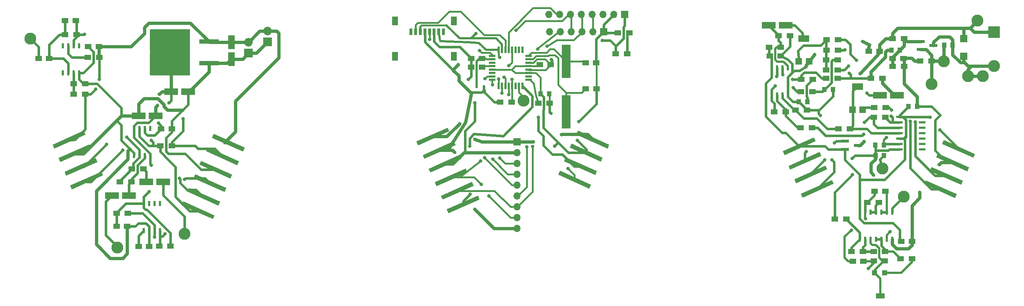
<source format=gbr>
G04 #@! TF.GenerationSoftware,KiCad,Pcbnew,no-vcs-found*
G04 #@! TF.CreationDate,2018-07-18T20:25:48+02:00*
G04 #@! TF.ProjectId,mycelium_pcb,6D7963656C69756D5F7063622E6B6963,rev?*
G04 #@! TF.SameCoordinates,Original
G04 #@! TF.FileFunction,Copper,L1,Top,Signal*
G04 #@! TF.FilePolarity,Positive*
%FSLAX46Y46*%
G04 Gerber Fmt 4.6, Leading zero omitted, Abs format (unit mm)*
G04 Created by KiCad (PCBNEW no-vcs-found) date Wed Jul 18 20:25:48 2018*
%MOMM*%
%LPD*%
G01*
G04 APERTURE LIST*
%ADD10R,2.600000X1.600000*%
%ADD11R,1.600000X1.600000*%
%ADD12O,1.700000X1.700000*%
%ADD13R,1.700000X1.700000*%
%ADD14C,2.800000*%
%ADD15R,2.800000X2.800000*%
%ADD16O,2.000000X2.000000*%
%ADD17R,2.000000X2.000000*%
%ADD18C,1.000000*%
%ADD19C,0.050000*%
%ADD20R,1.500000X1.250000*%
%ADD21R,1.500000X0.600000*%
%ADD22R,2.000000X1.300000*%
%ADD23R,1.300000X1.300000*%
%ADD24R,3.200000X1.500000*%
%ADD25R,1.800000X1.800000*%
%ADD26R,1.500000X3.200000*%
%ADD27R,1.000000X1.250000*%
%ADD28R,1.500000X1.300000*%
%ADD29R,0.800000X1.500000*%
%ADD30R,1.450000X2.000000*%
%ADD31R,0.600000X0.800000*%
%ADD32R,0.508000X1.143000*%
%ADD33R,1.900000X0.800000*%
%ADD34R,1.600000X0.550000*%
%ADD35R,0.550000X1.600000*%
%ADD36R,4.600000X1.100000*%
%ADD37R,9.400000X10.800000*%
%ADD38R,4.550000X5.250000*%
%ADD39R,2.000000X7.875000*%
%ADD40C,0.800000*%
%ADD41C,0.600000*%
%ADD42C,0.800000*%
%ADD43C,0.400000*%
%ADD44C,0.550000*%
G04 APERTURE END LIST*
D10*
X225526600Y-59065000D03*
D11*
X226726600Y-64465000D03*
X224326600Y-64465000D03*
D10*
X212940900Y-47749300D03*
D11*
X214140900Y-53149300D03*
X211740900Y-53149300D03*
D12*
X145707100Y-89789000D03*
X145707100Y-87249000D03*
X145707100Y-84709000D03*
X145707100Y-82169000D03*
X145707100Y-79629000D03*
X145707100Y-77089000D03*
X145707100Y-74549000D03*
D13*
X145707100Y-72009000D03*
D12*
X145707100Y-92329000D03*
D14*
X254863600Y-56603900D03*
X253644400Y-43586400D03*
D15*
X257492500Y-46215300D03*
D14*
X257492500Y-54215300D03*
D16*
X87210900Y-45999400D03*
D17*
X87210900Y-48539400D03*
D18*
X249224800Y-73672700D03*
D19*
G36*
X252675614Y-75756419D02*
X245367250Y-72502526D01*
X245773986Y-71588981D01*
X253082350Y-74842874D01*
X252675614Y-75756419D01*
X252675614Y-75756419D01*
G37*
D18*
X40627300Y-71475600D03*
D19*
G36*
X44484850Y-70305426D02*
X37176486Y-73559319D01*
X36769750Y-72645774D01*
X44078114Y-69391881D01*
X44484850Y-70305426D01*
X44484850Y-70305426D01*
G37*
D20*
X204959900Y-51879500D03*
X207459900Y-51879500D03*
D18*
X125945900Y-70739000D03*
D19*
G36*
X129803450Y-69568826D02*
X122495086Y-72822719D01*
X122088350Y-71909174D01*
X129396714Y-68655281D01*
X129803450Y-69568826D01*
X129803450Y-69568826D01*
G37*
D18*
X127406400Y-73926700D03*
D19*
G36*
X131263950Y-72756526D02*
X123955586Y-76010419D01*
X123548850Y-75096874D01*
X130857214Y-71842981D01*
X131263950Y-72756526D01*
X131263950Y-72756526D01*
G37*
D18*
X160566100Y-77711300D03*
D19*
G36*
X164016914Y-79795019D02*
X156708550Y-76541126D01*
X157115286Y-75627581D01*
X164423650Y-78881474D01*
X164016914Y-79795019D01*
X164016914Y-79795019D01*
G37*
D21*
X240710700Y-66141600D03*
X240710700Y-67411600D03*
X240710700Y-68681600D03*
X240710700Y-69951600D03*
X240710700Y-71221600D03*
X240710700Y-72491600D03*
X240710700Y-73761600D03*
X235310700Y-73761600D03*
X235310700Y-72491600D03*
X235310700Y-71221600D03*
X235310700Y-69951600D03*
X235310700Y-68681600D03*
X235310700Y-67411600D03*
X235310700Y-66141600D03*
D22*
X230833600Y-108155900D03*
D23*
X229533600Y-102755900D03*
X231833600Y-102755900D03*
D20*
X228162800Y-50736500D03*
X230662800Y-50736500D03*
D24*
X208654400Y-44653200D03*
X204654400Y-44653200D03*
D20*
X233750800Y-52400200D03*
X236250800Y-52400200D03*
D25*
X250444000Y-47747100D03*
X250444000Y-51897100D03*
D20*
X134957500Y-52425600D03*
X137457500Y-52425600D03*
X151048400Y-53911500D03*
X153548400Y-53911500D03*
X137457500Y-54483000D03*
X134957500Y-54483000D03*
D26*
X78676500Y-48584100D03*
X78676500Y-52584100D03*
D24*
X64586100Y-60185300D03*
X68586100Y-60185300D03*
D27*
X245811800Y-49314100D03*
X247811800Y-49314100D03*
X153184100Y-60731400D03*
X151184100Y-60731400D03*
X237467900Y-63703200D03*
X239467900Y-63703200D03*
X229733600Y-75184000D03*
X231733600Y-75184000D03*
X229695500Y-72732900D03*
X231695500Y-72732900D03*
X211750400Y-62560200D03*
X213750400Y-62560200D03*
X217770200Y-59740800D03*
X219770200Y-59740800D03*
X233454700Y-50482500D03*
X235454700Y-50482500D03*
D24*
X234740200Y-61074300D03*
X230740200Y-61074300D03*
D20*
X229369300Y-99974400D03*
X231869300Y-99974400D03*
X224416300Y-100025200D03*
X226916300Y-100025200D03*
X238308200Y-95364300D03*
X235808200Y-95364300D03*
X229534400Y-83591400D03*
X232034400Y-83591400D03*
X161792600Y-59537600D03*
X164292600Y-59537600D03*
X164241800Y-53441600D03*
X161741800Y-53441600D03*
X33497200Y-52476400D03*
X35997200Y-52476400D03*
X42194800Y-43561000D03*
X39694800Y-43561000D03*
X47617700Y-49644300D03*
X45117700Y-49644300D03*
D24*
X54654200Y-84582000D03*
X50654200Y-84582000D03*
X58718700Y-81407000D03*
X62718700Y-81407000D03*
D20*
X62224600Y-68986400D03*
X64724600Y-68986400D03*
D24*
X56940700Y-65874900D03*
X60940700Y-65874900D03*
D20*
X56916000Y-96545400D03*
X59416000Y-96545400D03*
X54285200Y-91821000D03*
X51785200Y-91821000D03*
D28*
X169312600Y-46405800D03*
X172012600Y-46405800D03*
D14*
X147193000Y-62306200D03*
X251460000Y-56553100D03*
X245757700Y-53086000D03*
D13*
X165976300Y-46139100D03*
D12*
X163436300Y-46139100D03*
X160896300Y-46139100D03*
X158356300Y-46139100D03*
X155816300Y-46139100D03*
X153276300Y-46139100D03*
D29*
X120752000Y-46195000D03*
X121852000Y-46195000D03*
X122952000Y-46195000D03*
X124052000Y-46195000D03*
X125152000Y-46195000D03*
X126252000Y-46195000D03*
X127352000Y-46195000D03*
X128452000Y-46195000D03*
D30*
X130827000Y-51895000D03*
X117077000Y-51895000D03*
X117077000Y-43595000D03*
X130827000Y-43595000D03*
D14*
X242887500Y-58483500D03*
D13*
X170954700Y-42138600D03*
D12*
X168414700Y-42138600D03*
X165874700Y-42138600D03*
X163334700Y-42138600D03*
X160794700Y-42138600D03*
X158254700Y-42138600D03*
X155714700Y-42138600D03*
X153174700Y-42138600D03*
D18*
X128790700Y-77139800D03*
D19*
G36*
X132648250Y-75969626D02*
X125339886Y-79223519D01*
X124933150Y-78309974D01*
X132241514Y-75056081D01*
X132648250Y-75969626D01*
X132648250Y-75969626D01*
G37*
D18*
X130225800Y-80327500D03*
D19*
G36*
X134083350Y-79157326D02*
X126774986Y-82411219D01*
X126368250Y-81497674D01*
X133676614Y-78243781D01*
X134083350Y-79157326D01*
X134083350Y-79157326D01*
G37*
D18*
X133057900Y-86690200D03*
D19*
G36*
X136915450Y-85520026D02*
X129607086Y-88773919D01*
X129200350Y-87860374D01*
X136508714Y-84606481D01*
X136915450Y-85520026D01*
X136915450Y-85520026D01*
G37*
D18*
X163449000Y-71488300D03*
D19*
G36*
X166899814Y-73572019D02*
X159591450Y-70318126D01*
X159998186Y-69404581D01*
X167306550Y-72658474D01*
X166899814Y-73572019D01*
X166899814Y-73572019D01*
G37*
D18*
X161912300Y-74536300D03*
D19*
G36*
X165363114Y-76620019D02*
X158054750Y-73366126D01*
X158461486Y-72452581D01*
X165769850Y-75706474D01*
X165363114Y-76620019D01*
X165363114Y-76620019D01*
G37*
D14*
X231394000Y-78232000D03*
D18*
X211836000Y-73025000D03*
D19*
G36*
X215693550Y-71854826D02*
X208385186Y-75108719D01*
X207978450Y-74195174D01*
X215286814Y-70941281D01*
X215693550Y-71854826D01*
X215693550Y-71854826D01*
G37*
D18*
X213169500Y-76454000D03*
D19*
G36*
X217027050Y-75283826D02*
X209718686Y-78537719D01*
X209311950Y-77624174D01*
X216620314Y-74370281D01*
X217027050Y-75283826D01*
X217027050Y-75283826D01*
G37*
D18*
X214579200Y-79629000D03*
D19*
G36*
X218436750Y-78458826D02*
X211128386Y-81712719D01*
X210721650Y-80799174D01*
X218030014Y-77545281D01*
X218436750Y-78458826D01*
X218436750Y-78458826D01*
G37*
D17*
X82677000Y-51206400D03*
D16*
X82677000Y-48666400D03*
D18*
X246354600Y-79984600D03*
D19*
G36*
X249805414Y-82068319D02*
X242497050Y-78814426D01*
X242903786Y-77900881D01*
X250212150Y-81154774D01*
X249805414Y-82068319D01*
X249805414Y-82068319D01*
G37*
D14*
X236372400Y-84823300D03*
D18*
X131673600Y-83489800D03*
D19*
G36*
X135531150Y-82319626D02*
X128222786Y-85573519D01*
X127816050Y-84659974D01*
X135124414Y-81406081D01*
X135531150Y-82319626D01*
X135531150Y-82319626D01*
G37*
D18*
X159169100Y-80873600D03*
D19*
G36*
X162619914Y-82957319D02*
X155311550Y-79703426D01*
X155718286Y-78789881D01*
X163026650Y-82043774D01*
X162619914Y-82957319D01*
X162619914Y-82957319D01*
G37*
D18*
X216103200Y-83019900D03*
D19*
G36*
X219960750Y-81849726D02*
X212652386Y-85103619D01*
X212245650Y-84190074D01*
X219554014Y-80936181D01*
X219960750Y-81849726D01*
X219960750Y-81849726D01*
G37*
D18*
X247802400Y-76822300D03*
D19*
G36*
X251253214Y-78906019D02*
X243944850Y-75652126D01*
X244351586Y-74738581D01*
X251659950Y-77992474D01*
X251253214Y-78906019D01*
X251253214Y-78906019D01*
G37*
D18*
X244957600Y-83108800D03*
D19*
G36*
X248408414Y-85192519D02*
X241100050Y-81938626D01*
X241506786Y-81025081D01*
X248815150Y-84278974D01*
X248408414Y-85192519D01*
X248408414Y-85192519D01*
G37*
D14*
X31559500Y-47802800D03*
X51917600Y-96786700D03*
X67729100Y-93599000D03*
D18*
X78003400Y-72199500D03*
D19*
G36*
X81454214Y-74283219D02*
X74145850Y-71029326D01*
X74552586Y-70115781D01*
X81860950Y-73369674D01*
X81454214Y-74283219D01*
X81454214Y-74283219D01*
G37*
D18*
X76606400Y-75387200D03*
D19*
G36*
X80057214Y-77470919D02*
X72748850Y-74217026D01*
X73155586Y-73303481D01*
X80463950Y-76557374D01*
X80057214Y-77470919D01*
X80057214Y-77470919D01*
G37*
D18*
X75044300Y-78536800D03*
D19*
G36*
X78495114Y-80620519D02*
X71186750Y-77366626D01*
X71593486Y-76453081D01*
X78901850Y-79706974D01*
X78495114Y-80620519D01*
X78495114Y-80620519D01*
G37*
D18*
X73672700Y-81699100D03*
D19*
G36*
X77123514Y-83782819D02*
X69815150Y-80528926D01*
X70221886Y-79615381D01*
X77530250Y-82869274D01*
X77123514Y-83782819D01*
X77123514Y-83782819D01*
G37*
D18*
X72250300Y-84886800D03*
D19*
G36*
X75701114Y-86970519D02*
X68392750Y-83716626D01*
X68799486Y-82803081D01*
X76107850Y-86056974D01*
X75701114Y-86970519D01*
X75701114Y-86970519D01*
G37*
D18*
X70916800Y-88061800D03*
D19*
G36*
X74367614Y-90145519D02*
X67059250Y-86891626D01*
X67465986Y-85978081D01*
X74774350Y-89231974D01*
X74367614Y-90145519D01*
X74367614Y-90145519D01*
G37*
D18*
X42024300Y-74650600D03*
D19*
G36*
X45881850Y-73480426D02*
X38573486Y-76734319D01*
X38166750Y-75820774D01*
X45475114Y-72566881D01*
X45881850Y-73480426D01*
X45881850Y-73480426D01*
G37*
D18*
X43421300Y-77863700D03*
D19*
G36*
X47278850Y-76693526D02*
X39970486Y-79947419D01*
X39563750Y-79033874D01*
X46872114Y-75779981D01*
X47278850Y-76693526D01*
X47278850Y-76693526D01*
G37*
D18*
X44754800Y-81076800D03*
D19*
G36*
X48612350Y-79906626D02*
X41303986Y-83160519D01*
X40897250Y-82246974D01*
X48205614Y-78993081D01*
X48612350Y-79906626D01*
X48612350Y-79906626D01*
G37*
D28*
X220831400Y-55130700D03*
X218131400Y-55130700D03*
X220971100Y-47993300D03*
X218271100Y-47993300D03*
X218169500Y-52806600D03*
X220869500Y-52806600D03*
X220920300Y-50507900D03*
X218220300Y-50507900D03*
X228634300Y-57073800D03*
X231334300Y-57073800D03*
D31*
X136195700Y-59029600D03*
X137895700Y-59029600D03*
D32*
X58166000Y-92862400D03*
X59436000Y-92862400D03*
X60706000Y-92862400D03*
X61976000Y-92862400D03*
X61976000Y-86512400D03*
X60706000Y-86512400D03*
X59436000Y-86512400D03*
X58166000Y-86512400D03*
D33*
X243333400Y-49364900D03*
X240333400Y-50314900D03*
X240333400Y-48414900D03*
X222578800Y-71859100D03*
X222578800Y-73759100D03*
X225578800Y-72809100D03*
D28*
X153343600Y-62903100D03*
X150643600Y-62903100D03*
X204758300Y-49771300D03*
X207458300Y-49771300D03*
X207018900Y-47129700D03*
X209718900Y-47129700D03*
X141728200Y-62712600D03*
X144428200Y-62712600D03*
X218131400Y-57111900D03*
X220831400Y-57111900D03*
X233727000Y-47802800D03*
X236427000Y-47802800D03*
X236427000Y-54292500D03*
X233727000Y-54292500D03*
X242904000Y-52997100D03*
X240204000Y-52997100D03*
X229307400Y-66255900D03*
X232007400Y-66255900D03*
X232109000Y-63982600D03*
X229409000Y-63982600D03*
X212187800Y-68719700D03*
X214887800Y-68719700D03*
X223777800Y-68922900D03*
X221077800Y-68922900D03*
X210981300Y-64579500D03*
X213681300Y-64579500D03*
X208690200Y-64998600D03*
X205990200Y-64998600D03*
X62035700Y-72898000D03*
X64735700Y-72898000D03*
X215002100Y-57353200D03*
X212302100Y-57353200D03*
X212264000Y-60185300D03*
X214964000Y-60185300D03*
X220176100Y-90144600D03*
X222876100Y-90144600D03*
X224100400Y-97751900D03*
X226800400Y-97751900D03*
X231994700Y-97739200D03*
X229294700Y-97739200D03*
X238293900Y-99441000D03*
X235593900Y-99441000D03*
X230508800Y-86220300D03*
X227808800Y-86220300D03*
X168804600Y-51295300D03*
X171504600Y-51295300D03*
X41728400Y-60858400D03*
X44428400Y-60858400D03*
X41728400Y-58343800D03*
X44428400Y-58343800D03*
X45055800Y-52184300D03*
X47755800Y-52184300D03*
X39721800Y-46837600D03*
X42421800Y-46837600D03*
X58080900Y-78333600D03*
X55380900Y-78333600D03*
X55223400Y-81381600D03*
X52523400Y-81381600D03*
X51748700Y-88722200D03*
X54448700Y-88722200D03*
X61743600Y-96431100D03*
X64443600Y-96431100D03*
D34*
X148382300Y-57435400D03*
X148382300Y-56635400D03*
X148382300Y-55835400D03*
X148382300Y-55035400D03*
X148382300Y-54235400D03*
X148382300Y-53435400D03*
X148382300Y-52635400D03*
X148382300Y-51835400D03*
D35*
X146932300Y-50385400D03*
X146132300Y-50385400D03*
X145332300Y-50385400D03*
X144532300Y-50385400D03*
X143732300Y-50385400D03*
X142932300Y-50385400D03*
X142132300Y-50385400D03*
X141332300Y-50385400D03*
D34*
X139882300Y-51835400D03*
X139882300Y-52635400D03*
X139882300Y-53435400D03*
X139882300Y-54235400D03*
X139882300Y-55035400D03*
X139882300Y-55835400D03*
X139882300Y-56635400D03*
X139882300Y-57435400D03*
D35*
X141332300Y-58885400D03*
X142132300Y-58885400D03*
X142932300Y-58885400D03*
X143732300Y-58885400D03*
X144532300Y-58885400D03*
X145332300Y-58885400D03*
X146132300Y-58885400D03*
X146932300Y-58885400D03*
D36*
X73427900Y-53568600D03*
X73427900Y-48488600D03*
D37*
X64277900Y-51028600D03*
D38*
X61852900Y-48253600D03*
X66702900Y-53803600D03*
X61852900Y-53803600D03*
X66702900Y-48253600D03*
D32*
X205397100Y-54610000D03*
X206667100Y-54610000D03*
X207937100Y-54610000D03*
X209207100Y-54610000D03*
X209207100Y-60960000D03*
X207937100Y-60960000D03*
X206667100Y-60960000D03*
X205397100Y-60960000D03*
X226034600Y-94894400D03*
X227304600Y-94894400D03*
X228574600Y-94894400D03*
X229844600Y-94894400D03*
X231114600Y-94894400D03*
X232384600Y-94894400D03*
X233654600Y-94894400D03*
X233654600Y-88544400D03*
X232384600Y-88544400D03*
X229844600Y-88544400D03*
X228574600Y-88544400D03*
X227304600Y-88544400D03*
X226034600Y-88544400D03*
X231114600Y-88544400D03*
X39192200Y-49479200D03*
X40462200Y-49479200D03*
X41732200Y-49479200D03*
X43002200Y-49479200D03*
X43002200Y-55829200D03*
X41732200Y-55829200D03*
X40462200Y-55829200D03*
X39192200Y-55829200D03*
X55854600Y-75184000D03*
X57124600Y-75184000D03*
X58394600Y-75184000D03*
X59664600Y-75184000D03*
X59664600Y-68834000D03*
X58394600Y-68834000D03*
X57124600Y-68834000D03*
X55854600Y-68834000D03*
D39*
X157187900Y-53130200D03*
X157187900Y-65005200D03*
D40*
X229247700Y-79743300D03*
X240106200Y-83820000D03*
X244640100Y-77343000D03*
X215417400Y-51523900D03*
X226707700Y-48475900D03*
X224294700Y-75857100D03*
X216789000Y-65798700D03*
X213512400Y-74295000D03*
X134264400Y-57340500D03*
X135788400Y-62865000D03*
X159816800Y-71691500D03*
X160147000Y-67221100D03*
X154457400Y-72999600D03*
X227037900Y-71894700D03*
X226123500Y-55968900D03*
X135750300Y-87833200D03*
X131038600Y-74434700D03*
X61798200Y-60858400D03*
X61353700Y-63423800D03*
X131864100Y-53911500D03*
X153695400Y-52654200D03*
X165633400Y-48221900D03*
X59931300Y-77533500D03*
X59397900Y-83667600D03*
X67386200Y-66611500D03*
X64033400Y-62865000D03*
X132207000Y-67729100D03*
X135788400Y-71412100D03*
X156095700Y-70332600D03*
X149466300Y-72009000D03*
X153619200Y-65328800D03*
X150647400Y-66268600D03*
X47726600Y-57327800D03*
X46888400Y-59626500D03*
X242582700Y-66217800D03*
X244830600Y-69189600D03*
X233400600Y-65951100D03*
X233514900Y-64503300D03*
X232257600Y-71018400D03*
X223608900Y-55930800D03*
X206578200Y-56692800D03*
X227711000Y-60579000D03*
X224307400Y-79679800D03*
X233184700Y-93091000D03*
X228104700Y-101701600D03*
X227380800Y-90017600D03*
X224053400Y-92735400D03*
X49453800Y-72580500D03*
X44234100Y-46786800D03*
X61607700Y-67627500D03*
X54178200Y-70866000D03*
X142659100Y-56807100D03*
X137160000Y-76466700D03*
X137274300Y-81953100D03*
X139065000Y-84734400D03*
X143713200Y-60934600D03*
X149352000Y-73113900D03*
X147929600Y-73164700D03*
X142100300Y-60604400D03*
X138137900Y-57162700D03*
X138023600Y-75717400D03*
X141338300Y-57277000D03*
X139979400Y-76085700D03*
X139954000Y-58610500D03*
X141617700Y-75819000D03*
X136880600Y-50596800D03*
X125158500Y-47929800D03*
X141605000Y-52197000D03*
X152704800Y-49517300D03*
X145427700Y-45872400D03*
X136017000Y-46634400D03*
X150495000Y-50215800D03*
X144538700Y-57365900D03*
X134696200Y-84289900D03*
X134620000Y-73012300D03*
X217817700Y-76238100D03*
X223380300Y-54178200D03*
X222580200Y-50444400D03*
X239077500Y-67360800D03*
X157632400Y-78232000D03*
X143725900Y-54152800D03*
X219532200Y-76238100D03*
X220141800Y-72275700D03*
X225247200Y-52844700D03*
X237858300Y-67170300D03*
X67703700Y-80835500D03*
X63119000Y-93573600D03*
X66522600Y-80581500D03*
X60655200Y-94322900D03*
X53187600Y-73914000D03*
X59880500Y-71666100D03*
X207987900Y-56235600D03*
X210273900Y-57340500D03*
X227152200Y-67386200D03*
X226923600Y-70180200D03*
X206222600Y-58902600D03*
X210477100Y-59321700D03*
D41*
X213385400Y-54146800D02*
X213385400Y-53904800D01*
X213385400Y-53904800D02*
X214140900Y-53149300D01*
D42*
X78676500Y-52584100D02*
X81299300Y-52584100D01*
X81299300Y-52584100D02*
X82677000Y-51206400D01*
X82677000Y-51206400D02*
X84543900Y-51206400D01*
X84543900Y-51206400D02*
X87210900Y-48539400D01*
X229733600Y-75184000D02*
X229733600Y-76018900D01*
X228638100Y-79133700D02*
X229247700Y-79743300D01*
X228638100Y-77114400D02*
X228638100Y-79133700D01*
X229733600Y-76018900D02*
X228638100Y-77114400D01*
X238308200Y-95364300D02*
X238308200Y-86951500D01*
X238308200Y-86951500D02*
X240106200Y-85153500D01*
X240106200Y-85153500D02*
X240106200Y-83820000D01*
X245160800Y-76822300D02*
X247802400Y-76822300D01*
X244640100Y-77343000D02*
X245160800Y-76822300D01*
X54285200Y-91821000D02*
X54285200Y-96576200D01*
X54444900Y-74104500D02*
X54902100Y-73647300D01*
X54444900Y-76085700D02*
X54444900Y-74104500D01*
X47053500Y-83477100D02*
X54444900Y-76085700D01*
X47053500Y-96062800D02*
X47053500Y-83477100D01*
X50292000Y-99301300D02*
X47053500Y-96062800D01*
X53200300Y-99301300D02*
X50292000Y-99301300D01*
X54254400Y-98247200D02*
X53200300Y-99301300D01*
X54254400Y-96607000D02*
X54254400Y-98247200D01*
X54285200Y-96576200D02*
X54254400Y-96607000D01*
D41*
X52920900Y-65874900D02*
X52920900Y-64046100D01*
X47218600Y-58343800D02*
X44428400Y-58343800D01*
X52920900Y-64046100D02*
X47218600Y-58343800D01*
X44428400Y-58343800D02*
X43980100Y-58343800D01*
X43980100Y-58343800D02*
X43002200Y-57365900D01*
X43002200Y-57365900D02*
X43002200Y-55829200D01*
D42*
X67316350Y-64522350D02*
X63734950Y-64522350D01*
X56940700Y-63137800D02*
X56940700Y-65874900D01*
X58216800Y-61861700D02*
X56940700Y-63137800D01*
X61468000Y-61861700D02*
X58216800Y-61861700D01*
X62915800Y-63309500D02*
X61468000Y-61861700D01*
X62915800Y-63703200D02*
X62915800Y-63309500D01*
X63734950Y-64522350D02*
X62915800Y-63703200D01*
D41*
X55854600Y-75184000D02*
X55854600Y-74599800D01*
X55854600Y-74599800D02*
X54902100Y-73647300D01*
X52882800Y-68084700D02*
X51796950Y-66998850D01*
X54902100Y-73647300D02*
X52882800Y-71628000D01*
X52882800Y-71628000D02*
X52882800Y-68084700D01*
D42*
X239467900Y-63703200D02*
X239467900Y-61388500D01*
X236427000Y-58347600D02*
X236427000Y-54292500D01*
X239467900Y-61388500D02*
X236427000Y-58347600D01*
X227908800Y-50685700D02*
X228277100Y-49219800D01*
X215417400Y-51523900D02*
X213385400Y-54146800D01*
X228277100Y-49219800D02*
X226707700Y-48475900D01*
X213385400Y-54146800D02*
X213385400Y-54419500D01*
X236263500Y-52387500D02*
X238264700Y-52387500D01*
X238874300Y-52997100D02*
X240204000Y-52997100D01*
X238264700Y-52387500D02*
X238874300Y-52997100D01*
X236427000Y-54292500D02*
X236427000Y-52551000D01*
X236427000Y-52551000D02*
X236263500Y-52387500D01*
X233654600Y-94894400D02*
X233654600Y-96075500D01*
X238308200Y-96247900D02*
X238308200Y-95364300D01*
X237477300Y-97078800D02*
X238308200Y-96247900D01*
X234657900Y-97078800D02*
X237477300Y-97078800D01*
X233654600Y-96075500D02*
X234657900Y-97078800D01*
D41*
X247802400Y-76822300D02*
X246481600Y-76822300D01*
X243725700Y-66903600D02*
X244906800Y-65722500D01*
X243725700Y-74066400D02*
X243725700Y-66903600D01*
X246481600Y-76822300D02*
X243725700Y-74066400D01*
X239467900Y-63703200D02*
X242887500Y-63703200D01*
X242887500Y-63703200D02*
X244906800Y-65722500D01*
X229733600Y-75184000D02*
X224967800Y-75184000D01*
X224967800Y-75184000D02*
X224294700Y-75857100D01*
X235310700Y-73761600D02*
X232956100Y-73761600D01*
X232727500Y-73990200D02*
X229733600Y-73990200D01*
X232956100Y-73761600D02*
X232727500Y-73990200D01*
X229733600Y-75184000D02*
X229733600Y-73990200D01*
X229733600Y-73990200D02*
X229733600Y-72771000D01*
X229733600Y-72771000D02*
X229695500Y-72732900D01*
X216408000Y-64579500D02*
X216408000Y-65417700D01*
X216408000Y-65417700D02*
X216789000Y-65798700D01*
X213169500Y-74637900D02*
X213169500Y-76454000D01*
X213512400Y-74295000D02*
X213169500Y-74637900D01*
X213681300Y-64579500D02*
X216408000Y-64579500D01*
X216408000Y-64579500D02*
X216547700Y-64579500D01*
X219770200Y-61357000D02*
X219770200Y-59740800D01*
X216547700Y-64579500D02*
X219770200Y-61357000D01*
X209718900Y-47129700D02*
X209718900Y-49620500D01*
X209718900Y-49620500D02*
X207459900Y-51879500D01*
X213681300Y-64579500D02*
X213681300Y-64491100D01*
X213681300Y-64491100D02*
X211750400Y-62560200D01*
X209207100Y-60960000D02*
X209207100Y-61391800D01*
X209207100Y-61391800D02*
X210375500Y-62560200D01*
X210375500Y-62560200D02*
X211750400Y-62560200D01*
X211750400Y-62560200D02*
X211861400Y-62671200D01*
X207459900Y-51879500D02*
X209207100Y-52654200D01*
X210235800Y-53682900D02*
X210235800Y-55778400D01*
X209207100Y-52654200D02*
X210235800Y-53682900D01*
X209207100Y-60960000D02*
X209207100Y-56807100D01*
X211930900Y-55283100D02*
X213385400Y-54419500D01*
X210731100Y-55283100D02*
X211930900Y-55283100D01*
X209207100Y-56807100D02*
X210235800Y-55778400D01*
X210235800Y-55778400D02*
X210731100Y-55283100D01*
X133527800Y-74549000D02*
X133527800Y-69430900D01*
X134957500Y-56647400D02*
X134957500Y-54483000D01*
X134264400Y-57340500D02*
X134957500Y-56647400D01*
X135788400Y-67170300D02*
X135788400Y-62865000D01*
X133527800Y-69430900D02*
X135788400Y-67170300D01*
X164292600Y-59537600D02*
X164292600Y-63075500D01*
X161912300Y-73787000D02*
X161912300Y-74536300D01*
X159816800Y-71691500D02*
X161912300Y-73787000D01*
X164292600Y-63075500D02*
X160147000Y-67221100D01*
X155257500Y-72199500D02*
X155257500Y-72085200D01*
X154457400Y-72999600D02*
X155257500Y-72199500D01*
X161912300Y-74536300D02*
X157708600Y-74536300D01*
X157708600Y-74536300D02*
X155257500Y-72085200D01*
X151980900Y-61528200D02*
X151184100Y-60731400D01*
X155257500Y-72085200D02*
X151866600Y-68694300D01*
X151866600Y-68694300D02*
X151866600Y-64503300D01*
X151866600Y-64503300D02*
X151980900Y-64389000D01*
X151980900Y-64389000D02*
X151980900Y-61528200D01*
X169312600Y-46405800D02*
X166243000Y-46405800D01*
X166243000Y-46405800D02*
X165976300Y-46139100D01*
D42*
X128790700Y-77139800D02*
X130619500Y-77139800D01*
X133210300Y-74549000D02*
X133527800Y-74549000D01*
X133527800Y-74549000D02*
X145707100Y-74549000D01*
X130619500Y-77139800D02*
X133210300Y-74549000D01*
D43*
X164292600Y-59537600D02*
X164292600Y-53492400D01*
X164292600Y-53492400D02*
X164241800Y-53441600D01*
D41*
X164241800Y-53441600D02*
X164241800Y-47873600D01*
X164241800Y-47873600D02*
X165976300Y-46139100D01*
X165976300Y-46139100D02*
X165976300Y-44577000D01*
X165976300Y-44577000D02*
X168414700Y-42138600D01*
D43*
X134957500Y-54483000D02*
X134957500Y-54553800D01*
D41*
X134957500Y-52425600D02*
X134957500Y-52394800D01*
X134957500Y-52394800D02*
X132283200Y-49720500D01*
X126252000Y-48489900D02*
X126252000Y-46195000D01*
X127482600Y-49720500D02*
X126252000Y-48489900D01*
X132283200Y-49720500D02*
X127482600Y-49720500D01*
X134957500Y-54483000D02*
X134957500Y-52425600D01*
D43*
X148382300Y-55835400D02*
X150120200Y-55835400D01*
X150120200Y-55835400D02*
X151184100Y-56899300D01*
X151184100Y-56899300D02*
X151184100Y-60731400D01*
X148382300Y-55835400D02*
X145230800Y-55835400D01*
X145230800Y-55835400D02*
X144430800Y-55035400D01*
X148382300Y-54235400D02*
X145230800Y-54235400D01*
X144430800Y-55035400D02*
X139882300Y-55035400D01*
X145230800Y-54235400D02*
X144430800Y-55035400D01*
X148382300Y-54235400D02*
X150724500Y-54235400D01*
X150724500Y-54235400D02*
X151048400Y-53911500D01*
D41*
X64724600Y-68986400D02*
X64724600Y-67114100D01*
X68586100Y-63252600D02*
X68586100Y-60185300D01*
X64724600Y-67114100D02*
X67316350Y-64522350D01*
X67316350Y-64522350D02*
X68586100Y-63252600D01*
X75044300Y-78536800D02*
X71602600Y-78536800D01*
X64724600Y-69730300D02*
X64724600Y-68986400D01*
X63360300Y-71094600D02*
X64724600Y-69730300D01*
X63360300Y-74218800D02*
X63360300Y-71094600D01*
X63931800Y-74790300D02*
X63360300Y-74218800D01*
X67856100Y-74790300D02*
X63931800Y-74790300D01*
X71602600Y-78536800D02*
X67856100Y-74790300D01*
X54285200Y-91821000D02*
X56210200Y-91821000D01*
X59436000Y-91871800D02*
X59436000Y-92862400D01*
X58699400Y-91135200D02*
X59436000Y-91871800D01*
X56896000Y-91135200D02*
X58699400Y-91135200D01*
X56210200Y-91821000D02*
X56896000Y-91135200D01*
X59416000Y-96545400D02*
X59416000Y-92882400D01*
X59416000Y-92882400D02*
X59436000Y-92862400D01*
D42*
X42075100Y-74764900D02*
X44030900Y-74764900D01*
X44030900Y-74764900D02*
X51796950Y-66998850D01*
X51796950Y-66998850D02*
X52920900Y-65874900D01*
X52920900Y-65874900D02*
X56940700Y-65874900D01*
D41*
X43002200Y-55829200D02*
X44030900Y-55829200D01*
X44030900Y-55829200D02*
X46367700Y-53492400D01*
X46367700Y-53492400D02*
X46367700Y-50894300D01*
X46367700Y-50894300D02*
X45117700Y-49644300D01*
D42*
X73427900Y-53568600D02*
X77692000Y-53568600D01*
X77692000Y-53568600D02*
X78676500Y-52584100D01*
X68586100Y-60185300D02*
X68808600Y-60185300D01*
X68808600Y-60185300D02*
X73427900Y-55566000D01*
X73427900Y-55566000D02*
X73427900Y-53568600D01*
X250444000Y-46139100D02*
X250444000Y-45351700D01*
X250444000Y-45351700D02*
X250456700Y-45339000D01*
X250456700Y-45339000D02*
X251942600Y-45339000D01*
X233727000Y-46523900D02*
X233727000Y-47802800D01*
X234911900Y-45339000D02*
X250456700Y-45339000D01*
X233727000Y-46523900D02*
X234911900Y-45339000D01*
X251942600Y-45339000D02*
X251942600Y-45288200D01*
X251942600Y-45288200D02*
X253644400Y-43586400D01*
X257416300Y-46291500D02*
X256146300Y-46291500D01*
X251942600Y-45339000D02*
X252895100Y-46291500D01*
X252895100Y-46291500D02*
X256146300Y-46291500D01*
X257416300Y-46291500D02*
X257492500Y-46215300D01*
X250444000Y-47747100D02*
X250444000Y-46139100D01*
X250444000Y-46139100D02*
X250444000Y-45859700D01*
X250444000Y-45859700D02*
X250431300Y-45847000D01*
X230662800Y-50736500D02*
X230662800Y-49232500D01*
X230662800Y-49232500D02*
X232092500Y-47802800D01*
X232092500Y-47802800D02*
X233727000Y-47802800D01*
X230662800Y-50736500D02*
X230662800Y-50498700D01*
X227037900Y-71894700D02*
X226123500Y-72809100D01*
X230987600Y-50736500D02*
X226123500Y-55968900D01*
X226123500Y-72809100D02*
X225578800Y-72809100D01*
D41*
X212840900Y-47749300D02*
X212536100Y-46420100D01*
X210769200Y-44653200D02*
X208654400Y-44653200D01*
X212536100Y-46420100D02*
X210769200Y-44653200D01*
X207458300Y-49771300D02*
X207458300Y-48695600D01*
X207018900Y-48256200D02*
X207018900Y-47017700D01*
X207458300Y-48695600D02*
X207018900Y-48256200D01*
X207018900Y-47017700D02*
X204654400Y-44653200D01*
D44*
X209207100Y-54610000D02*
X209207100Y-54190900D01*
X209207100Y-54190900D02*
X208178400Y-53162200D01*
X208178400Y-53162200D02*
X206679800Y-53162200D01*
X206679800Y-53162200D02*
X206222600Y-52705000D01*
X206222600Y-52705000D02*
X206222600Y-50139600D01*
X206222600Y-50139600D02*
X206590900Y-49771300D01*
X206590900Y-49771300D02*
X207458300Y-49771300D01*
D41*
X207458300Y-49771300D02*
X207458300Y-49406800D01*
D42*
X236427000Y-47802800D02*
X236427000Y-49510200D01*
X236427000Y-49510200D02*
X235454700Y-50482500D01*
X240333400Y-48414900D02*
X237039100Y-48414900D01*
X237039100Y-48414900D02*
X236427000Y-47802800D01*
X236588300Y-47964100D02*
X236427000Y-47802800D01*
X233727000Y-54292500D02*
X233727000Y-52424000D01*
X233727000Y-52424000D02*
X233763500Y-52387500D01*
X233763500Y-52387500D02*
X233763500Y-52173700D01*
X233763500Y-52173700D02*
X235454700Y-50482500D01*
X243333400Y-49364900D02*
X243333400Y-48665000D01*
X247811800Y-48015400D02*
X247811800Y-49314100D01*
X247116600Y-47320200D02*
X247811800Y-48015400D01*
X244678200Y-47320200D02*
X247116600Y-47320200D01*
X243333400Y-48665000D02*
X244678200Y-47320200D01*
X251460000Y-56553100D02*
X251460000Y-54978300D01*
X251460000Y-54978300D02*
X252223000Y-54215300D01*
X251460000Y-56553100D02*
X254812800Y-56553100D01*
X254812800Y-56553100D02*
X254863600Y-56603900D01*
X257492500Y-54215300D02*
X252223000Y-54215300D01*
X252223000Y-54215300D02*
X251471700Y-54215300D01*
X251471700Y-54215300D02*
X250444000Y-53187600D01*
X250444000Y-51897100D02*
X250444000Y-53187600D01*
X250444000Y-53187600D02*
X250444000Y-53289200D01*
X247811800Y-51584100D02*
X247811800Y-49314100D01*
X249618500Y-53390800D02*
X247811800Y-51584100D01*
X250342400Y-53390800D02*
X249618500Y-53390800D01*
X250444000Y-53289200D02*
X250342400Y-53390800D01*
X247811800Y-49314100D02*
X247811800Y-49082200D01*
D44*
X136195700Y-59029600D02*
X136195700Y-53123200D01*
X136195700Y-53123200D02*
X136893300Y-52425600D01*
X136893300Y-52425600D02*
X137457500Y-52425600D01*
D43*
X137457500Y-52425600D02*
X138277600Y-52425600D01*
X138487400Y-52635400D02*
X139882300Y-52635400D01*
X138277600Y-52425600D02*
X138487400Y-52635400D01*
D42*
X138010900Y-60337700D02*
X138010900Y-59971200D01*
X138010900Y-59971200D02*
X137895700Y-59856000D01*
X145707100Y-92329000D02*
X140246100Y-92329000D01*
X140246100Y-92329000D02*
X135750300Y-87833200D01*
X131038600Y-74434700D02*
X130530600Y-73926700D01*
X130530600Y-73926700D02*
X127406400Y-73926700D01*
X60940700Y-65874900D02*
X60940700Y-63836800D01*
X62471300Y-60185300D02*
X64586100Y-60185300D01*
X61798200Y-60858400D02*
X62471300Y-60185300D01*
X60940700Y-63836800D02*
X61353700Y-63423800D01*
D41*
X170954700Y-42138600D02*
X170954700Y-44716700D01*
X170624500Y-47777400D02*
X168804600Y-49597300D01*
X170624500Y-45046900D02*
X170624500Y-47777400D01*
X170954700Y-44716700D02*
X170624500Y-45046900D01*
X168804600Y-51295300D02*
X168804600Y-49597300D01*
X168804600Y-49597300D02*
X168804600Y-49500800D01*
X168804600Y-49500800D02*
X167525700Y-48221900D01*
X141728200Y-62712600D02*
X140385800Y-62712600D01*
X140385800Y-62712600D02*
X138010900Y-60337700D01*
X138010900Y-60337700D02*
X137972800Y-60299600D01*
D42*
X127406400Y-73926700D02*
X129425700Y-73926700D01*
X133612256Y-67407895D02*
X135001000Y-60375800D01*
X129425700Y-73926700D02*
X133612256Y-67407895D01*
X131864100Y-53911500D02*
X130651250Y-55124350D01*
D41*
X153904000Y-52862800D02*
X153548400Y-53911500D01*
X153695400Y-52654200D02*
X153904000Y-52862800D01*
X167525700Y-48221900D02*
X165633400Y-48221900D01*
X124052000Y-46195000D02*
X124052000Y-48525100D01*
X124052000Y-48525100D02*
X130651250Y-55124350D01*
D42*
X130651250Y-55124350D02*
X132067300Y-56540400D01*
X132067300Y-56540400D02*
X132067300Y-57365900D01*
X132067300Y-57365900D02*
X132067300Y-57696100D01*
X132067300Y-57696100D02*
X134747000Y-60375800D01*
X134747000Y-60375800D02*
X135001000Y-60375800D01*
D41*
X137895700Y-59856000D02*
X137895700Y-59029600D01*
X137375900Y-60375800D02*
X137895700Y-59856000D01*
X135001000Y-60375800D02*
X137375900Y-60375800D01*
D43*
X153548400Y-53911500D02*
X153548400Y-53944200D01*
X153548400Y-53944200D02*
X152387300Y-55105300D01*
X152387300Y-55105300D02*
X148452200Y-55105300D01*
X148452200Y-55105300D02*
X148382300Y-55035400D01*
X153548400Y-53911500D02*
X153548400Y-53840700D01*
X153548400Y-53840700D02*
X152285700Y-52578000D01*
X152285700Y-52578000D02*
X150380700Y-52578000D01*
X150380700Y-52578000D02*
X149523300Y-53435400D01*
X149523300Y-53435400D02*
X148382300Y-53435400D01*
D41*
X58166000Y-86512400D02*
X58166000Y-84899500D01*
X59664600Y-77266800D02*
X59664600Y-75184000D01*
X59931300Y-77533500D02*
X59664600Y-77266800D01*
X58166000Y-84899500D02*
X59397900Y-83667600D01*
X64735700Y-72898000D02*
X64735700Y-72106800D01*
X64735700Y-72106800D02*
X67386200Y-69456300D01*
X67386200Y-69456300D02*
X67386200Y-66611500D01*
X64033400Y-62865000D02*
X64586100Y-62312300D01*
X64586100Y-62312300D02*
X64586100Y-60185300D01*
X55854600Y-68834000D02*
X55854600Y-68237100D01*
X59340500Y-67475100D02*
X60940700Y-65874900D01*
X56616600Y-67475100D02*
X59340500Y-67475100D01*
X55854600Y-68237100D02*
X56616600Y-67475100D01*
X59664600Y-75184000D02*
X59664600Y-74752200D01*
X59664600Y-74752200D02*
X55854600Y-70942200D01*
X55854600Y-70942200D02*
X55854600Y-68834000D01*
X64735700Y-72898000D02*
X70205600Y-72898000D01*
X74790300Y-73571100D02*
X76606400Y-75387200D01*
X70878700Y-73571100D02*
X74790300Y-73571100D01*
X70205600Y-72898000D02*
X70878700Y-73571100D01*
X64443600Y-96431100D02*
X64443600Y-93437700D01*
X58166000Y-87503000D02*
X58166000Y-86512400D01*
X58534300Y-87871300D02*
X58166000Y-87503000D01*
X58877200Y-87871300D02*
X58534300Y-87871300D01*
X64443600Y-93437700D02*
X58877200Y-87871300D01*
X51785200Y-91821000D02*
X51785200Y-88758700D01*
X51785200Y-88758700D02*
X52133500Y-88410400D01*
X52133500Y-88410400D02*
X52133500Y-88315800D01*
X52133500Y-88315800D02*
X53936900Y-86512400D01*
X53936900Y-86512400D02*
X58166000Y-86512400D01*
D42*
X64586100Y-60185300D02*
X64586100Y-51336800D01*
X64586100Y-51336800D02*
X64277900Y-51028600D01*
D43*
X139882300Y-54235400D02*
X137705100Y-54235400D01*
X137705100Y-54235400D02*
X137457500Y-54483000D01*
D42*
X145707100Y-72009000D02*
X137452100Y-72009000D01*
X129197100Y-70739000D02*
X125945900Y-70739000D01*
X132207000Y-67729100D02*
X129197100Y-70739000D01*
X137452100Y-72009000D02*
X135788400Y-71412100D01*
X145707100Y-72009000D02*
X149428200Y-71970900D01*
X162217100Y-70256400D02*
X163449000Y-71488300D01*
X156171900Y-70256400D02*
X162217100Y-70256400D01*
X156095700Y-70332600D02*
X156171900Y-70256400D01*
X149428200Y-71970900D02*
X149466300Y-72009000D01*
X245757700Y-53086000D02*
X245757700Y-49368200D01*
X245757700Y-49368200D02*
X245811800Y-49314100D01*
X242904000Y-52997100D02*
X242904000Y-51642000D01*
X241576900Y-50314900D02*
X240333400Y-50314900D01*
X242904000Y-51642000D02*
X241576900Y-50314900D01*
X242904000Y-52997100D02*
X245668800Y-52997100D01*
X245668800Y-52997100D02*
X245757700Y-53086000D01*
X242887500Y-58483500D02*
X242887500Y-53013600D01*
X242887500Y-53013600D02*
X242904000Y-52997100D01*
X245761000Y-49364900D02*
X245811800Y-49314100D01*
D44*
X151828500Y-72809100D02*
X153962100Y-74942700D01*
D41*
X160566100Y-77711300D02*
X159092900Y-77711300D01*
X153343600Y-65053200D02*
X153343600Y-62903100D01*
X153619200Y-65328800D02*
X153343600Y-65053200D01*
X150647400Y-69494400D02*
X150647400Y-66268600D01*
X151828500Y-70675500D02*
X150647400Y-69494400D01*
X151828500Y-72809100D02*
X151828500Y-70675500D01*
X156324300Y-74942700D02*
X153962100Y-74942700D01*
X159092900Y-77711300D02*
X156324300Y-74942700D01*
D43*
X153343600Y-62903100D02*
X153343600Y-60890900D01*
X153343600Y-60890900D02*
X153184100Y-60731400D01*
D41*
X78676500Y-48584100D02*
X82594700Y-48584100D01*
D42*
X82759300Y-48584100D02*
X73523400Y-48584100D01*
X87210900Y-45999400D02*
X85344000Y-45999400D01*
X85344000Y-45999400D02*
X82759300Y-48584100D01*
D41*
X44428400Y-60858400D02*
X45656500Y-60858400D01*
X47755800Y-57298600D02*
X47755800Y-52184300D01*
X47726600Y-57327800D02*
X47755800Y-57298600D01*
X45656500Y-60858400D02*
X46888400Y-59626500D01*
X40627300Y-71475600D02*
X42011600Y-71475600D01*
X44428400Y-69058800D02*
X44428400Y-60858400D01*
X42011600Y-71475600D02*
X44428400Y-69058800D01*
X235401800Y-95554800D02*
X235401800Y-92628400D01*
X226034600Y-90030300D02*
X226034600Y-88544400D01*
X227037900Y-91033600D02*
X226034600Y-90030300D01*
X233807000Y-91033600D02*
X227037900Y-91033600D01*
X235401800Y-92628400D02*
X233807000Y-91033600D01*
X249224800Y-73672700D02*
X249224800Y-73583800D01*
X249224800Y-73583800D02*
X244830600Y-69189600D01*
X242506500Y-66141600D02*
X240710700Y-66141600D01*
X242582700Y-66217800D02*
X242506500Y-66141600D01*
X226034600Y-80911700D02*
X231914700Y-80911700D01*
X236651800Y-70853300D02*
X236842300Y-70853300D01*
X236651800Y-76174600D02*
X236651800Y-70853300D01*
X231914700Y-80911700D02*
X236651800Y-76174600D01*
X249224800Y-73672700D02*
X249224800Y-73418700D01*
X240710700Y-66141600D02*
X235310700Y-66141600D01*
X235310700Y-66141600D02*
X235310700Y-65860400D01*
X235310700Y-65860400D02*
X237467900Y-63703200D01*
X235310700Y-71221600D02*
X236283500Y-71221600D01*
X236283500Y-71221600D02*
X236842300Y-70662800D01*
X236842300Y-70662800D02*
X236842300Y-70853300D01*
X236131100Y-66141600D02*
X235310700Y-66141600D01*
X236842300Y-70853300D02*
X236842300Y-66852800D01*
X236842300Y-66852800D02*
X236131100Y-66141600D01*
X226034600Y-88544400D02*
X226034600Y-80911700D01*
X226034600Y-80911700D02*
X226034600Y-79679800D01*
X222578800Y-76224000D02*
X222578800Y-73759100D01*
X226034600Y-79679800D02*
X222578800Y-76224000D01*
X222578800Y-73759100D02*
X218653400Y-73759100D01*
X217919300Y-73025000D02*
X211836000Y-73025000D01*
X218653400Y-73759100D02*
X217919300Y-73025000D01*
X205397100Y-54610000D02*
X205397100Y-56946800D01*
X208686400Y-69875400D02*
X211836000Y-73025000D01*
X207848200Y-69875400D02*
X208686400Y-69875400D01*
X204025500Y-66052700D02*
X207848200Y-69875400D01*
X204025500Y-58318400D02*
X204025500Y-66052700D01*
X205397100Y-56946800D02*
X204025500Y-58318400D01*
X205397100Y-54610000D02*
X205333600Y-52253200D01*
X205333600Y-52253200D02*
X204821800Y-51741400D01*
X204821800Y-51741400D02*
X204758300Y-49771300D01*
X82594700Y-48584100D02*
X82677000Y-48666400D01*
D42*
X47617700Y-49644300D02*
X55194200Y-49644300D01*
X55194200Y-49644300D02*
X58280300Y-46558200D01*
X58280300Y-46558200D02*
X58280300Y-45173900D01*
X58280300Y-45173900D02*
X59334400Y-44119800D01*
X59334400Y-44119800D02*
X69059100Y-44119800D01*
X69059100Y-44119800D02*
X73427900Y-48488600D01*
X47617700Y-49644300D02*
X47617700Y-52046200D01*
X47617700Y-52046200D02*
X47755800Y-52184300D01*
D41*
X47755800Y-52184300D02*
X47755800Y-49782400D01*
X47755800Y-49782400D02*
X47617700Y-49644300D01*
D42*
X78003400Y-72199500D02*
X77114400Y-72199500D01*
X77114400Y-72199500D02*
X79654400Y-69659500D01*
X89293700Y-45999400D02*
X87210900Y-45999400D01*
X89789000Y-46494700D02*
X89293700Y-45999400D01*
X89789000Y-52273200D02*
X89789000Y-46494700D01*
X79654400Y-62407800D02*
X89789000Y-52273200D01*
X79654400Y-69659500D02*
X79654400Y-62407800D01*
X73523400Y-48584100D02*
X73427900Y-48488600D01*
X78003400Y-72199500D02*
X77495400Y-72199500D01*
X40627300Y-71475600D02*
X41452800Y-71475600D01*
D41*
X231394000Y-78232000D02*
X230809800Y-76107800D01*
X230809800Y-76107800D02*
X231733600Y-75184000D01*
X233705400Y-67411600D02*
X233705400Y-66255900D01*
X233705400Y-66255900D02*
X233400600Y-65951100D01*
X235310700Y-67411600D02*
X233705400Y-67411600D01*
X233705400Y-67411600D02*
X233163100Y-67411600D01*
X233163100Y-67411600D02*
X232007400Y-66255900D01*
D44*
X231695500Y-72732900D02*
X231695500Y-71580500D01*
X232994200Y-63982600D02*
X232109000Y-63982600D01*
X233514900Y-64503300D02*
X232994200Y-63982600D01*
X231695500Y-71580500D02*
X232257600Y-71018400D01*
D41*
X235310700Y-72491600D02*
X231936800Y-72491600D01*
X231936800Y-72491600D02*
X231695500Y-72732900D01*
X213750400Y-62560200D02*
X213750400Y-61604400D01*
X213588600Y-58766700D02*
X215002100Y-57353200D01*
X213588600Y-61442600D02*
X213588600Y-58766700D01*
X213750400Y-61604400D02*
X213588600Y-61442600D01*
X217770200Y-59740800D02*
X217830400Y-59740800D01*
X217830400Y-59740800D02*
X219430600Y-58140600D01*
X219722700Y-52806600D02*
X220869500Y-52806600D01*
X219430600Y-53098700D02*
X219722700Y-52806600D01*
X219430600Y-58140600D02*
X219430600Y-53098700D01*
X214964000Y-60185300D02*
X217325700Y-60185300D01*
X217325700Y-60185300D02*
X217770200Y-59740800D01*
D42*
X228634300Y-57073800D02*
X228634300Y-55540900D01*
X232435400Y-50482500D02*
X233454700Y-50482500D01*
X232041700Y-50876200D02*
X232435400Y-50482500D01*
X232041700Y-52133500D02*
X232041700Y-50876200D01*
X228634300Y-55540900D02*
X232041700Y-52133500D01*
D41*
X228634300Y-57073800D02*
X228634300Y-56582300D01*
X206667100Y-54610000D02*
X206667100Y-56603900D01*
X223875600Y-56197500D02*
X223875600Y-57111900D01*
X223608900Y-55930800D02*
X223875600Y-56197500D01*
X206667100Y-56603900D02*
X206578200Y-56692800D01*
X220831400Y-57111900D02*
X223875600Y-57111900D01*
X223875600Y-57111900D02*
X228596200Y-57111900D01*
X228596200Y-57111900D02*
X228634300Y-57073800D01*
D42*
X234740200Y-61074300D02*
X234162600Y-61074300D01*
X234162600Y-61074300D02*
X231334300Y-58246000D01*
X231334300Y-58246000D02*
X231334300Y-57073800D01*
D41*
X220176100Y-90144600D02*
X220176100Y-83811100D01*
X228206300Y-61074300D02*
X230740200Y-61074300D01*
X227711000Y-60579000D02*
X228206300Y-61074300D01*
X220176100Y-83811100D02*
X224307400Y-79679800D01*
D44*
X229369300Y-99974400D02*
X229369300Y-100437000D01*
X229369300Y-100437000D02*
X228104700Y-101701600D01*
X232384600Y-93891100D02*
X232384600Y-94894400D01*
X233184700Y-93091000D02*
X232384600Y-93891100D01*
X226916300Y-100025200D02*
X229318500Y-100025200D01*
X229318500Y-100025200D02*
X229369300Y-99974400D01*
X231869300Y-99974400D02*
X231406700Y-99974400D01*
X231406700Y-99974400D02*
X230606600Y-99174300D01*
X228574600Y-95821500D02*
X228574600Y-94894400D01*
X228993700Y-96240600D02*
X228574600Y-95821500D01*
X229882700Y-96240600D02*
X228993700Y-96240600D01*
X230606600Y-96964500D02*
X229882700Y-96240600D01*
X230606600Y-99174300D02*
X230606600Y-96964500D01*
X231869300Y-99974400D02*
X231698800Y-99974400D01*
X231698800Y-99974400D02*
X229533600Y-102139600D01*
X229533600Y-102139600D02*
X229533600Y-102755900D01*
X230833600Y-108155900D02*
X230833600Y-104055900D01*
X230833600Y-104055900D02*
X229369300Y-102591600D01*
X229369300Y-99974400D02*
X229577900Y-99974400D01*
X224416300Y-100025200D02*
X223329500Y-100025200D01*
X227304600Y-89941400D02*
X227304600Y-88544400D01*
X227380800Y-90017600D02*
X227304600Y-89941400D01*
X222491300Y-94297500D02*
X224053400Y-92735400D01*
X222491300Y-99187000D02*
X222491300Y-94297500D01*
X223329500Y-100025200D02*
X222491300Y-99187000D01*
D41*
X227304600Y-88544400D02*
X227304600Y-86724500D01*
X227304600Y-86724500D02*
X229534400Y-84494700D01*
X229534400Y-84494700D02*
X229534400Y-83591400D01*
D44*
X232384600Y-88544400D02*
X232384600Y-83941600D01*
X232384600Y-83941600D02*
X232034400Y-83591400D01*
D41*
X231114600Y-88544400D02*
X232384600Y-88544400D01*
D43*
X157187900Y-60464700D02*
X160865500Y-60464700D01*
X160865500Y-60464700D02*
X161792600Y-59537600D01*
X157187900Y-65005200D02*
X157187900Y-60464700D01*
X149408900Y-52635400D02*
X148382300Y-52635400D01*
X150164800Y-51879500D02*
X149408900Y-52635400D01*
X152984200Y-51879500D02*
X150164800Y-51879500D01*
X153212800Y-51650900D02*
X152984200Y-51879500D01*
X154571700Y-51650900D02*
X153212800Y-51650900D01*
X155308300Y-52387500D02*
X154571700Y-51650900D01*
X155308300Y-58585100D02*
X155308300Y-52387500D01*
X157187900Y-60464700D02*
X155308300Y-58585100D01*
X148382300Y-51835400D02*
X148382300Y-51757000D01*
X148382300Y-51757000D02*
X149072600Y-51066700D01*
X149072600Y-51066700D02*
X152628600Y-51066700D01*
X152628600Y-51066700D02*
X153428700Y-50266600D01*
X153428700Y-50266600D02*
X154324300Y-50266600D01*
X154324300Y-50266600D02*
X157187900Y-53130200D01*
X157187900Y-53130200D02*
X161430400Y-53130200D01*
X161430400Y-53130200D02*
X161741800Y-53441600D01*
D41*
X33497200Y-52476400D02*
X33497200Y-49740500D01*
X33497200Y-49740500D02*
X31559500Y-47802800D01*
X35997200Y-52476400D02*
X39331900Y-52476400D01*
X40462200Y-53606700D02*
X40462200Y-55829200D01*
X39331900Y-52476400D02*
X40462200Y-53606700D01*
X35997200Y-52476400D02*
X35997200Y-49232500D01*
X38392100Y-46837600D02*
X39721800Y-46837600D01*
X35997200Y-49232500D02*
X38392100Y-46837600D01*
X39721800Y-46837600D02*
X39721800Y-43588000D01*
X39721800Y-43588000D02*
X39694800Y-43561000D01*
X43421300Y-77863700D02*
X44170600Y-77863700D01*
X44170600Y-77863700D02*
X49453800Y-72580500D01*
X44234100Y-46786800D02*
X44183300Y-46837600D01*
X44183300Y-46837600D02*
X42421800Y-46837600D01*
X41732200Y-49479200D02*
X41732200Y-48107600D01*
X41732200Y-48107600D02*
X42421800Y-47418000D01*
X42421800Y-47418000D02*
X42421800Y-43788000D01*
X42421800Y-43788000D02*
X42194800Y-43561000D01*
X55223400Y-81381600D02*
X55223400Y-80793600D01*
X55223400Y-80793600D02*
X56718200Y-79298800D01*
X58394600Y-75819000D02*
X58394600Y-75184000D01*
X56718200Y-77495400D02*
X58394600Y-75819000D01*
X56718200Y-79298800D02*
X56718200Y-77495400D01*
X54654200Y-84582000D02*
X54654200Y-81950800D01*
X54654200Y-81950800D02*
X55223400Y-81381600D01*
X51917600Y-96786700D02*
X51917600Y-96558100D01*
X51917600Y-96558100D02*
X49288700Y-93929200D01*
X49288700Y-93929200D02*
X49288700Y-85947500D01*
X49288700Y-85947500D02*
X50654200Y-84582000D01*
X58718700Y-81407000D02*
X58718700Y-78971400D01*
X58718700Y-78971400D02*
X58080900Y-78333600D01*
X58718700Y-81407000D02*
X57746900Y-81407000D01*
X67729100Y-93599000D02*
X67729100Y-89509600D01*
X62718700Y-84499200D02*
X62718700Y-81407000D01*
X67729100Y-89509600D02*
X62718700Y-84499200D01*
X57124600Y-75184000D02*
X57124600Y-73850500D01*
X62224600Y-68244400D02*
X62224600Y-68986400D01*
X61607700Y-67627500D02*
X62224600Y-68244400D01*
X54368700Y-71056500D02*
X54178200Y-70866000D01*
X54368700Y-71094600D02*
X54368700Y-71056500D01*
X57124600Y-73850500D02*
X54368700Y-71094600D01*
X52523400Y-81381600D02*
X52523400Y-81191100D01*
X52523400Y-81191100D02*
X55714900Y-77999600D01*
X55714900Y-77999600D02*
X55714900Y-77050900D01*
X55714900Y-77050900D02*
X57124600Y-75641200D01*
X57124600Y-75641200D02*
X57124600Y-75184000D01*
X58394600Y-68834000D02*
X58394600Y-69900800D01*
X58394600Y-69900800D02*
X58978800Y-70485000D01*
X58978800Y-70485000D02*
X60726000Y-70485000D01*
X60726000Y-70485000D02*
X62224600Y-68986400D01*
X56916000Y-96545400D02*
X56916000Y-94112400D01*
X56916000Y-94112400D02*
X58166000Y-92862400D01*
X171504600Y-51295300D02*
X171504600Y-46452800D01*
D43*
X147193000Y-62306200D02*
X147193000Y-61493400D01*
X147193000Y-61493400D02*
X146132300Y-60432700D01*
X146132300Y-60432700D02*
X146132300Y-58885400D01*
X130225800Y-80327500D02*
X132194300Y-80327500D01*
X142932300Y-57080300D02*
X142932300Y-58885400D01*
X142659100Y-56807100D02*
X142932300Y-57080300D01*
X132194300Y-80327500D02*
X137160000Y-76466700D01*
X145707100Y-89789000D02*
X144119600Y-89789000D01*
X135648700Y-80327500D02*
X130225800Y-80327500D01*
X137274300Y-81953100D02*
X135648700Y-80327500D01*
X144119600Y-89789000D02*
X139065000Y-84734400D01*
X145707100Y-87249000D02*
X145770600Y-87249000D01*
X145770600Y-87249000D02*
X149352000Y-83667600D01*
X143732300Y-60915500D02*
X143732300Y-58885400D01*
X143713200Y-60934600D02*
X143732300Y-60915500D01*
X149352000Y-83667600D02*
X149352000Y-73113900D01*
X145707100Y-87249000D02*
X144132300Y-87249000D01*
X140373100Y-83489800D02*
X131673600Y-83489800D01*
X144132300Y-87249000D02*
X140373100Y-83489800D01*
X145707100Y-84709000D02*
X145834100Y-84709000D01*
X145834100Y-84709000D02*
X147929600Y-82613500D01*
X147929600Y-82613500D02*
X147929600Y-73164700D01*
X142100300Y-60604400D02*
X142132300Y-60572400D01*
X142132300Y-60572400D02*
X142132300Y-58885400D01*
X145707100Y-82169000D02*
X144475200Y-82169000D01*
X138665200Y-56635400D02*
X139882300Y-56635400D01*
X138137900Y-57162700D02*
X138665200Y-56635400D01*
X144475200Y-82169000D02*
X138023600Y-75717400D01*
X145707100Y-79629000D02*
X143522700Y-79629000D01*
X141332300Y-57283000D02*
X141332300Y-58885400D01*
X141338300Y-57277000D02*
X141332300Y-57283000D01*
X143522700Y-79629000D02*
X139979400Y-76085700D01*
X145707100Y-77089000D02*
X142887700Y-77089000D01*
X139882300Y-58538800D02*
X139882300Y-57435400D01*
X139954000Y-58610500D02*
X139882300Y-58538800D01*
X142887700Y-77089000D02*
X141617700Y-75819000D01*
X163436300Y-46139100D02*
X163436300Y-42240200D01*
X163436300Y-42240200D02*
X163334700Y-42138600D01*
X125152000Y-46195000D02*
X125152000Y-47923300D01*
X139331700Y-51066700D02*
X139882300Y-51617300D01*
X137350500Y-51066700D02*
X139331700Y-51066700D01*
X136880600Y-50596800D02*
X137350500Y-51066700D01*
X125152000Y-47923300D02*
X125158500Y-47929800D01*
X139882300Y-51617300D02*
X139882300Y-51835400D01*
X160896300Y-46139100D02*
X160896300Y-46253400D01*
X160896300Y-46253400D02*
X159004000Y-48145700D01*
X141332300Y-51924300D02*
X141332300Y-50385400D01*
X141605000Y-52197000D02*
X141332300Y-51924300D01*
X154965400Y-48145700D02*
X152704800Y-49517300D01*
X159004000Y-48145700D02*
X154965400Y-48145700D01*
X160896300Y-46139100D02*
X160896300Y-42240200D01*
X160896300Y-42240200D02*
X160794700Y-42138600D01*
D44*
X141332300Y-50385400D02*
X138434500Y-50385400D01*
X138434500Y-50385400D02*
X136720965Y-48793429D01*
X136720965Y-48793429D02*
X134112000Y-48666400D01*
X134112000Y-48666400D02*
X127685800Y-48336200D01*
X127685800Y-48336200D02*
X127352000Y-46195000D01*
X132207000Y-47726600D02*
X134924800Y-47726600D01*
X134924800Y-47726600D02*
X135178800Y-47472600D01*
X135178800Y-47472600D02*
X136017000Y-46634400D01*
D43*
X156273500Y-43637200D02*
X147662900Y-43637200D01*
X147662900Y-43637200D02*
X145427700Y-45872400D01*
X157772100Y-42138600D02*
X156273500Y-43637200D01*
X135178800Y-47472600D02*
X135026400Y-47472600D01*
X158254700Y-42138600D02*
X157772100Y-42138600D01*
X158356300Y-46139100D02*
X158356300Y-42240200D01*
X158356300Y-42240200D02*
X158254700Y-42138600D01*
D44*
X122952000Y-46195000D02*
X122952000Y-44967400D01*
X142132300Y-49117500D02*
X142132300Y-50385400D01*
X140741400Y-47726600D02*
X142132300Y-49117500D01*
X132181600Y-47726600D02*
X132207000Y-47726600D01*
X132207000Y-47726600D02*
X140741400Y-47726600D01*
X129108200Y-44653200D02*
X132181600Y-47726600D01*
D43*
X123266200Y-44653200D02*
X129108200Y-44653200D01*
X122952000Y-44967400D02*
X123266200Y-44653200D01*
X155816300Y-46139100D02*
X155524200Y-46139100D01*
X155524200Y-46139100D02*
X150495000Y-50063400D01*
X150495000Y-50063400D02*
X150495000Y-50215800D01*
X144538700Y-57365900D02*
X144532300Y-57372300D01*
X144532300Y-57372300D02*
X144532300Y-58885400D01*
X144532300Y-58885400D02*
X144532300Y-62608500D01*
X144532300Y-62608500D02*
X144428200Y-62712600D01*
X121852000Y-46195000D02*
X121852000Y-44556100D01*
X142932300Y-48215700D02*
X142932300Y-50385400D01*
X141655800Y-46939200D02*
X142932300Y-48215700D01*
X137985500Y-46939200D02*
X141655800Y-46939200D01*
X132486400Y-41440100D02*
X137985500Y-46939200D01*
X129755900Y-41440100D02*
X132486400Y-41440100D01*
X127165100Y-44030900D02*
X129755900Y-41440100D01*
X122377200Y-44030900D02*
X127165100Y-44030900D01*
X121852000Y-44556100D02*
X122377200Y-44030900D01*
X155714700Y-42138600D02*
X155028900Y-42138600D01*
X155028900Y-42138600D02*
X153504900Y-40614600D01*
X153504900Y-40614600D02*
X149428200Y-40614600D01*
X149428200Y-40614600D02*
X143732300Y-46310500D01*
X143732300Y-46310500D02*
X143732300Y-50385400D01*
X146932300Y-58885400D02*
X146932300Y-58895900D01*
D41*
X146932300Y-58895900D02*
X149250400Y-61214000D01*
X133057900Y-85928200D02*
X133057900Y-86690200D01*
X134696200Y-84289900D02*
X133057900Y-85928200D01*
X134620000Y-71259700D02*
X134620000Y-73012300D01*
X135559800Y-70104000D02*
X134620000Y-71259700D01*
X142468600Y-70599300D02*
X135559800Y-70104000D01*
X149250400Y-63817500D02*
X142468600Y-70599300D01*
X149250400Y-61214000D02*
X149250400Y-63817500D01*
D43*
X146932300Y-58997500D02*
X146932300Y-58885400D01*
D41*
X220831400Y-55130700D02*
X222427800Y-55130700D01*
X217817700Y-76238100D02*
X214579200Y-79476600D01*
X222427800Y-55130700D02*
X223380300Y-54178200D01*
X214579200Y-79476600D02*
X214579200Y-79629000D01*
X246354600Y-79984600D02*
X243700300Y-79984600D01*
X222516700Y-50507900D02*
X220920300Y-50507900D01*
X222580200Y-50444400D02*
X222516700Y-50507900D01*
X239077500Y-75361800D02*
X239077500Y-67360800D01*
X243700300Y-79984600D02*
X239077500Y-75361800D01*
X233654600Y-88544400D02*
X233654600Y-87541100D01*
X233654600Y-87541100D02*
X236372400Y-84823300D01*
D43*
X144532300Y-50385400D02*
X144532300Y-53346400D01*
X159169100Y-79768700D02*
X159169100Y-80873600D01*
X157632400Y-78232000D02*
X159169100Y-79768700D01*
X144532300Y-53346400D02*
X143725900Y-54152800D01*
D41*
X222578800Y-71859100D02*
X220558400Y-71859100D01*
X219989400Y-79133700D02*
X216103200Y-83019900D01*
X219989400Y-76695300D02*
X219989400Y-79133700D01*
X219532200Y-76238100D02*
X219989400Y-76695300D01*
X220558400Y-71859100D02*
X220141800Y-72275700D01*
X244957600Y-83108800D02*
X242785900Y-83108800D01*
X222681800Y-47993300D02*
X220971100Y-47993300D01*
X223837500Y-49149000D02*
X222681800Y-47993300D01*
X223837500Y-51435000D02*
X223837500Y-49149000D01*
X225247200Y-52844700D02*
X223837500Y-51435000D01*
X237858300Y-78181200D02*
X237858300Y-67170300D01*
X242785900Y-83108800D02*
X237858300Y-78181200D01*
X69380100Y-80518000D02*
X72491600Y-80518000D01*
X72491600Y-80518000D02*
X73672700Y-81699100D01*
X61976000Y-94183200D02*
X62509400Y-94183200D01*
X68021200Y-80518000D02*
X69380100Y-80518000D01*
X69380100Y-80518000D02*
X69900800Y-80518000D01*
X67703700Y-80835500D02*
X68021200Y-80518000D01*
X62509400Y-94183200D02*
X63119000Y-93573600D01*
X61976000Y-92862400D02*
X61976000Y-94183200D01*
X61976000Y-94183200D02*
X61976000Y-96198700D01*
X61976000Y-96198700D02*
X61743600Y-96431100D01*
X68256150Y-83267550D02*
X70415150Y-83267550D01*
X70415150Y-83267550D02*
X72224900Y-85077300D01*
X60706000Y-92862400D02*
X60706000Y-94272100D01*
X66675000Y-81686400D02*
X68256150Y-83267550D01*
X68256150Y-83267550D02*
X68351400Y-83362800D01*
X66675000Y-80733900D02*
X66675000Y-81686400D01*
X66522600Y-80581500D02*
X66675000Y-80733900D01*
X60706000Y-94272100D02*
X60655200Y-94322900D01*
X60706000Y-92862400D02*
X60706000Y-91528900D01*
X57899300Y-88722200D02*
X54448700Y-88722200D01*
X60706000Y-91528900D02*
X57899300Y-88722200D01*
X44869100Y-81356200D02*
X45770800Y-81356200D01*
X45770800Y-81356200D02*
X53187600Y-73914000D01*
X59880500Y-71666100D02*
X60312300Y-72097900D01*
X60312300Y-72097900D02*
X60312300Y-72898000D01*
X62035700Y-72898000D02*
X60312300Y-72898000D01*
X60312300Y-72898000D02*
X59296300Y-72898000D01*
X57124600Y-70726300D02*
X57124600Y-68834000D01*
X59296300Y-72898000D02*
X57124600Y-70726300D01*
X70853300Y-88239600D02*
X68922900Y-88239600D01*
X62035700Y-74265800D02*
X62035700Y-72898000D01*
X63131700Y-75361800D02*
X62035700Y-74265800D01*
X63131700Y-75476100D02*
X63131700Y-75361800D01*
X65570100Y-77914500D02*
X63131700Y-75476100D01*
X65570100Y-84886800D02*
X65570100Y-77914500D01*
X68922900Y-88239600D02*
X65570100Y-84886800D01*
D44*
X218220300Y-50507900D02*
X218220300Y-48044100D01*
X218220300Y-48044100D02*
X218271100Y-47993300D01*
X218169500Y-52806600D02*
X218169500Y-50558700D01*
X218169500Y-50558700D02*
X218220300Y-50507900D01*
D41*
X211840900Y-53149300D02*
X211536100Y-50668100D01*
X216886800Y-49377600D02*
X218271100Y-47993300D01*
X212826600Y-49377600D02*
X216886800Y-49377600D01*
X211536100Y-50668100D02*
X212826600Y-49377600D01*
X218131400Y-55130700D02*
X218131400Y-48133000D01*
X218131400Y-48133000D02*
X218271100Y-47993300D01*
D43*
X148382300Y-57435400D02*
X148748400Y-57435400D01*
X148748400Y-57435400D02*
X149567900Y-58254900D01*
X149567900Y-58254900D02*
X150063200Y-61074300D01*
X150063200Y-61074300D02*
X150643600Y-62903100D01*
D41*
X218131400Y-57111900D02*
X217131900Y-57111900D01*
X212302100Y-56379100D02*
X212302100Y-57353200D01*
X212953600Y-55727600D02*
X212302100Y-56379100D01*
X215747600Y-55727600D02*
X212953600Y-55727600D01*
X217131900Y-57111900D02*
X215747600Y-55727600D01*
X212302100Y-57353200D02*
X210286600Y-57353200D01*
X207937100Y-56184800D02*
X207937100Y-54610000D01*
X207987900Y-56235600D02*
X207937100Y-56184800D01*
X210286600Y-57353200D02*
X210273900Y-57340500D01*
X214887800Y-68719700D02*
X216192100Y-68719700D01*
X228282500Y-66255900D02*
X229307400Y-66255900D01*
X227152200Y-67386200D02*
X228282500Y-66255900D01*
X226580700Y-70523100D02*
X226923600Y-70180200D01*
X217995500Y-70523100D02*
X226580700Y-70523100D01*
X216192100Y-68719700D02*
X217995500Y-70523100D01*
X235310700Y-68681600D02*
X230174800Y-68681600D01*
X229307400Y-67814200D02*
X229307400Y-66255900D01*
X230174800Y-68681600D02*
X229307400Y-67814200D01*
X229409000Y-63982600D02*
X227209000Y-63982600D01*
X227209000Y-63982600D02*
X226726600Y-64465000D01*
X212187800Y-68719700D02*
X211493100Y-68719700D01*
X211493100Y-68719700D02*
X208690200Y-65916800D01*
X208690200Y-65916800D02*
X208690200Y-64998600D01*
X208753700Y-64363600D02*
X208610200Y-64363600D01*
X208610200Y-64363600D02*
X206667100Y-62420500D01*
X206667100Y-62420500D02*
X206667100Y-60960000D01*
X224426600Y-64465000D02*
X224426600Y-60065000D01*
X224426600Y-60065000D02*
X225426600Y-59065000D01*
X224426600Y-64465000D02*
X224426600Y-68274100D01*
X224426600Y-68274100D02*
X223777800Y-68922900D01*
X235310700Y-69951600D02*
X228727000Y-69951600D01*
X227698300Y-68922900D02*
X223777800Y-68922900D01*
X228727000Y-69951600D02*
X227698300Y-68922900D01*
X221077800Y-68922900D02*
X218427300Y-68922900D01*
X212873600Y-66471800D02*
X210981300Y-64579500D01*
X215976200Y-66471800D02*
X212873600Y-66471800D01*
X218427300Y-68922900D02*
X215976200Y-66471800D01*
X210981300Y-64579500D02*
X210731100Y-64579500D01*
X210731100Y-64579500D02*
X207937100Y-61785500D01*
X207937100Y-61785500D02*
X207937100Y-60960000D01*
X212264000Y-60185300D02*
X211340700Y-60185300D01*
X205397100Y-59728100D02*
X205397100Y-60960000D01*
X206222600Y-58902600D02*
X205397100Y-59728100D01*
X211340700Y-60185300D02*
X210477100Y-59321700D01*
X206053700Y-64363600D02*
X206053700Y-62988200D01*
X205397100Y-62331600D02*
X205397100Y-60960000D01*
X206053700Y-62988200D02*
X205397100Y-62331600D01*
X224100400Y-97751900D02*
X224100400Y-96828600D01*
X224100400Y-96828600D02*
X226034600Y-94894400D01*
X226034600Y-94894400D02*
X226034600Y-93303100D01*
X226034600Y-93303100D02*
X222876100Y-90144600D01*
X226800400Y-97751900D02*
X229282000Y-97751900D01*
X229282000Y-97751900D02*
X229294700Y-97739200D01*
X226800400Y-97751900D02*
X226800400Y-96744800D01*
X227304600Y-96240600D02*
X227304600Y-94894400D01*
X226800400Y-96744800D02*
X227304600Y-96240600D01*
D44*
X231994700Y-97739200D02*
X233892100Y-97739200D01*
X233892100Y-97739200D02*
X235593900Y-99441000D01*
D41*
X231994700Y-97739200D02*
X231994700Y-97235000D01*
X231994700Y-97235000D02*
X231114600Y-96354900D01*
X231114600Y-96354900D02*
X231114600Y-94894400D01*
X229844600Y-94894400D02*
X231114600Y-94894400D01*
D44*
X231833600Y-102755900D02*
X235737200Y-102755900D01*
X238293900Y-100199200D02*
X238293900Y-99441000D01*
X235737200Y-102755900D02*
X238293900Y-100199200D01*
D41*
X228574600Y-88544400D02*
X229844600Y-88544400D01*
X229844600Y-88544400D02*
X229781100Y-88480900D01*
X229781100Y-88480900D02*
X229781100Y-86948000D01*
X229781100Y-86948000D02*
X230508800Y-86220300D01*
X41728400Y-60858400D02*
X41728400Y-58343800D01*
X41728400Y-58343800D02*
X41728400Y-55833000D01*
X41728400Y-55833000D02*
X41732200Y-55829200D01*
X45055800Y-52184300D02*
X41287700Y-52184300D01*
X40462200Y-51358800D02*
X40462200Y-49479200D01*
X41287700Y-52184300D02*
X40462200Y-51358800D01*
M02*

</source>
